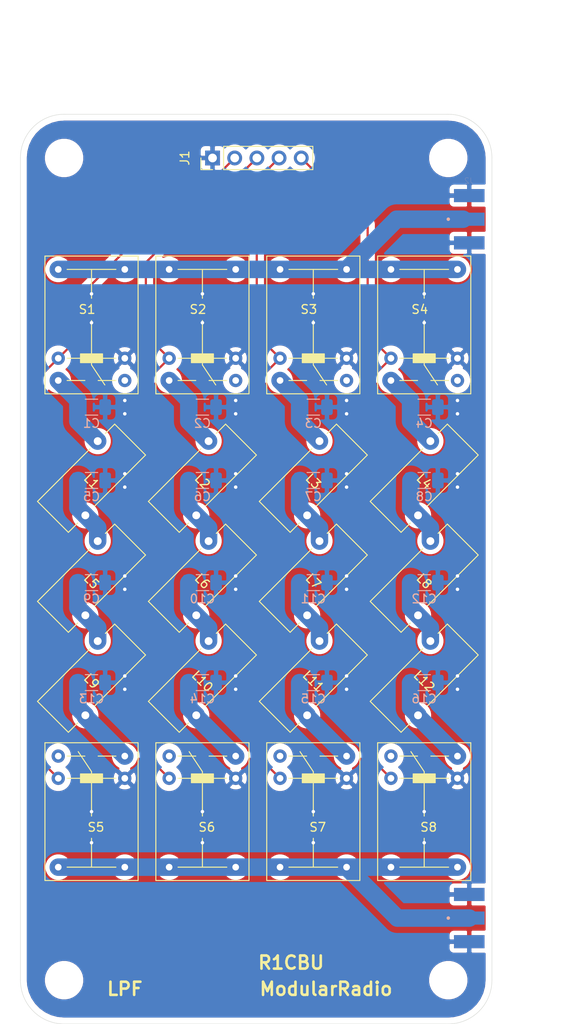
<source format=kicad_pcb>
(kicad_pcb (version 20171130) (host pcbnew 5.1.9-5.1.9)
  (layers (0 F.Cu signal) (31 B.Cu signal) (34 B.Paste user) (35 F.Paste user) (36 B.SilkS user) (37 F.SilkS user) (38 B.Mask user) (39 F.Mask user) (44 Edge.Cuts user))
  (net 0 "")
  (net 1 GND)
  (net 2 "Net-(C1-Pad1)")
  (net 3 "Net-(C2-Pad1)")
  (net 4 "Net-(C3-Pad1)")
  (net 5 "Net-(C4-Pad1)")
  (net 6 "Net-(C5-Pad1)")
  (net 7 "Net-(C6-Pad1)")
  (net 8 "Net-(C7-Pad1)")
  (net 9 "Net-(C8-Pad1)")
  (net 10 "Net-(C9-Pad1)")
  (net 11 "Net-(C10-Pad1)")
  (net 12 "Net-(C11-Pad1)")
  (net 13 "Net-(C12-Pad1)")
  (net 14 "Net-(C13-Pad1)")
  (net 15 "Net-(C14-Pad1)")
  (net 16 "Net-(C15-Pad1)")
  (net 17 "Net-(C16-Pad1)")
  (net 18 /10M)
  (net 19 /20M)
  (net 20 /40M)
  (net 21 /80M)
  (net 22 "Net-(S1-Pad4)")
  (net 23 "Net-(S2-Pad4)")
  (net 24 "Net-(S3-Pad4)")
  (net 25 "Net-(S4-Pad4)")
  (net 26 "Net-(S5-Pad4)")
  (net 27 "Net-(S6-Pad4)")
  (net 28 "Net-(S7-Pad4)")
  (net 29 "Net-(S8-Pad4)")
  (net 30 "Net-(J2-Pad1)")
  (net 31 "Net-(J3-Pad1)")
  (module MountingHole:MountingHole_3mm (layer F.Cu) (at 161 150)
    (fp_text reference REF**)
    (fp_text value MountingHole_3mm)
    (pad 1 np_thru_hole circle (at 0 0) (size 3 3) (drill 3) (layers *.Cu *.Mask))
  )
  (module R1CBU:T50 (layer F.Cu) (at 158.242 115.474 315)
    (fp_text reference L12 (at 0.25 0.25 135) (layer F.SilkS))
    (fp_text value 0.26uH)
    (pad 2 thru_hole circle (at 2.5 3.5 315) (size 1.6 1.6) (drill 0.9) (layers *.Cu *.Mask) (net 17 "Net-(C16-Pad1)"))
    (pad 1 thru_hole circle (at -2.5 -3.5 315) (size 1.6 1.6) (drill 0.9) (layers *.Cu *.Mask) (net 13 "Net-(C12-Pad1)"))
  )
  (module R1CBU:T50 (layer F.Cu) (at 145.542 115.474 315)
    (fp_text reference L11 (at 0.25 0.25 135) (layer F.SilkS))
    (fp_text value 0.58uH)
    (pad 2 thru_hole circle (at 2.5 3.5 315) (size 1.6 1.6) (drill 0.9) (layers *.Cu *.Mask) (net 16 "Net-(C15-Pad1)"))
    (pad 1 thru_hole circle (at -2.5 -3.5 315) (size 1.6 1.6) (drill 0.9) (layers *.Cu *.Mask) (net 12 "Net-(C11-Pad1)"))
  )
  (module R1CBU:T50 (layer F.Cu) (at 132.842 115.474 315)
    (fp_text reference L10 (at 0.25 0.25 135) (layer F.SilkS))
    (fp_text value 1.4uH)
    (pad 2 thru_hole circle (at 2.5 3.5 315) (size 1.6 1.6) (drill 0.9) (layers *.Cu *.Mask) (net 15 "Net-(C14-Pad1)"))
    (pad 1 thru_hole circle (at -2.5 -3.5 315) (size 1.6 1.6) (drill 0.9) (layers *.Cu *.Mask) (net 11 "Net-(C10-Pad1)"))
  )
  (module R1CBU:T50 (layer F.Cu) (at 120.142 115.474 315)
    (fp_text reference L9 (at 0.25 0.25 135) (layer F.SilkS))
    (fp_text value 2.4uH)
    (pad 2 thru_hole circle (at 2.5 3.5 315) (size 1.6 1.6) (drill 0.9) (layers *.Cu *.Mask) (net 14 "Net-(C13-Pad1)"))
    (pad 1 thru_hole circle (at -2.5 -3.5 315) (size 1.6 1.6) (drill 0.9) (layers *.Cu *.Mask) (net 10 "Net-(C9-Pad1)"))
  )
  (module R1CBU:T50 (layer F.Cu) (at 158.242 104.044 315)
    (fp_text reference L8 (at 0.25 0.25 135) (layer F.SilkS))
    (fp_text value 0.32uH)
    (pad 2 thru_hole circle (at 2.5 3.5 315) (size 1.6 1.6) (drill 0.9) (layers *.Cu *.Mask) (net 13 "Net-(C12-Pad1)"))
    (pad 1 thru_hole circle (at -2.5 -3.5 315) (size 1.6 1.6) (drill 0.9) (layers *.Cu *.Mask) (net 9 "Net-(C8-Pad1)"))
  )
  (module R1CBU:T50 (layer F.Cu) (at 145.542 104.044 315)
    (fp_text reference L7 (at 0.25 0.25 135) (layer F.SilkS))
    (fp_text value 0.78uH)
    (pad 2 thru_hole circle (at 2.5 3.5 315) (size 1.6 1.6) (drill 0.9) (layers *.Cu *.Mask) (net 12 "Net-(C11-Pad1)"))
    (pad 1 thru_hole circle (at -2.5 -3.5 315) (size 1.6 1.6) (drill 0.9) (layers *.Cu *.Mask) (net 8 "Net-(C7-Pad1)"))
  )
  (module R1CBU:T50 (layer F.Cu) (at 132.842 104.044 315)
    (fp_text reference L6 (at 0.25 0.25 135) (layer F.SilkS))
    (fp_text value 1.7uH)
    (pad 2 thru_hole circle (at 2.5 3.5 315) (size 1.6 1.6) (drill 0.9) (layers *.Cu *.Mask) (net 11 "Net-(C10-Pad1)"))
    (pad 1 thru_hole circle (at -2.5 -3.5 315) (size 1.6 1.6) (drill 0.9) (layers *.Cu *.Mask) (net 7 "Net-(C6-Pad1)"))
  )
  (module R1CBU:T50 (layer F.Cu) (at 120.142 104.044 315)
    (fp_text reference L5 (at 0.25 0.25 135) (layer F.SilkS))
    (fp_text value 3uH)
    (pad 2 thru_hole circle (at 2.5 3.5 315) (size 1.6 1.6) (drill 0.9) (layers *.Cu *.Mask) (net 10 "Net-(C9-Pad1)"))
    (pad 1 thru_hole circle (at -2.5 -3.5 315) (size 1.6 1.6) (drill 0.9) (layers *.Cu *.Mask) (net 6 "Net-(C5-Pad1)"))
  )
  (module R1CBU:T50 (layer F.Cu) (at 158.242 92.614 315)
    (fp_text reference L4 (at 0.25 0.25 135) (layer F.SilkS))
    (fp_text value 0.26uH)
    (pad 2 thru_hole circle (at 2.5 3.5 315) (size 1.6 1.6) (drill 0.9) (layers *.Cu *.Mask) (net 9 "Net-(C8-Pad1)"))
    (pad 1 thru_hole circle (at -2.5 -3.5 315) (size 1.6 1.6) (drill 0.9) (layers *.Cu *.Mask) (net 5 "Net-(C4-Pad1)"))
  )
  (module R1CBU:T50 (layer F.Cu) (at 145.542 92.614 315)
    (fp_text reference L3 (at 0.25 0.25 135) (layer F.SilkS))
    (fp_text value 0.58uH)
    (pad 2 thru_hole circle (at 2.5 3.5 315) (size 1.6 1.6) (drill 0.9) (layers *.Cu *.Mask) (net 8 "Net-(C7-Pad1)"))
    (pad 1 thru_hole circle (at -2.5 -3.5 315) (size 1.6 1.6) (drill 0.9) (layers *.Cu *.Mask) (net 4 "Net-(C3-Pad1)"))
  )
  (module R1CBU:T50 (layer F.Cu) (at 132.842 92.614 315)
    (fp_text reference L2 (at 0.25 0.25 135) (layer F.SilkS))
    (fp_text value 1.4uH)
    (pad 2 thru_hole circle (at 2.5 3.5 315) (size 1.6 1.6) (drill 0.9) (layers *.Cu *.Mask) (net 7 "Net-(C6-Pad1)"))
    (pad 1 thru_hole circle (at -2.5 -3.5 315) (size 1.6 1.6) (drill 0.9) (layers *.Cu *.Mask) (net 3 "Net-(C2-Pad1)"))
  )
  (module R1CBU:T50 (layer F.Cu) (at 120.142 92.614 315)
    (fp_text reference L1 (at 0.25 0.25 135) (layer F.SilkS))
    (fp_text value 2.4uH)
    (pad 2 thru_hole circle (at 2.5 3.5 315) (size 1.6 1.6) (drill 0.9) (layers *.Cu *.Mask) (net 6 "Net-(C5-Pad1)"))
    (pad 1 thru_hole circle (at -2.5 -3.5 315) (size 1.6 1.6) (drill 0.9) (layers *.Cu *.Mask) (net 2 "Net-(C1-Pad1)"))
  )
  (module MountingHole:MountingHole_3mm (layer F.Cu) (at 117 150)
    (fp_text reference REF**)
    (fp_text value MountingHole_3mm)
    (pad 1 np_thru_hole circle (at 0 0) (size 3 3) (drill 3) (layers *.Cu *.Mask))
  )
  (module MountingHole:MountingHole_3mm (layer F.Cu) (at 161 56)
    (fp_text reference REF**)
    (fp_text value MountingHole_3mm)
    (pad 1 np_thru_hole circle (at 0 0) (size 3 3) (drill 3) (layers *.Cu *.Mask))
  )
  (module MountingHole:MountingHole_3mm (layer F.Cu) (at 117 56)
    (fp_text reference REF**)
    (fp_text value MountingHole_3mm)
    (pad 1 np_thru_hole circle (at 0 0) (size 3 3) (drill 3) (layers *.Cu *.Mask))
  )
  (module "R1CBU:Relay HK4100F" (layer F.Cu) (at 158.242 130.984 270)
    (fp_text reference S8 (at 1.524 -0.508 180) (layer F.SilkS))
    (fp_text value HK4100F)
    (pad 4 thru_hole circle (at -6.604 3.81 270) (size 1.524 1.524) (drill 0.762) (layers *.Cu *.Mask) (net 29 "Net-(S8-Pad4)"))
    (pad 5 thru_hole circle (at -6.604 -3.81 270) (size 1.524 1.524) (drill 0.762) (layers *.Cu *.Mask) (net 17 "Net-(C16-Pad1)"))
    (pad 2 thru_hole circle (at -4.064 -3.81 270) (size 1.524 1.524) (drill 0.762) (layers *.Cu *.Mask) (net 1 GND))
    (pad 1 thru_hole circle (at -4.064 3.81 270) (size 1.524 1.524) (drill 0.762) (layers *.Cu *.Mask) (net 18 /10M))
    (pad 3 thru_hole circle (at 6.096 3.81 270) (size 1.524 1.524) (drill 0.762) (layers *.Cu *.Mask) (net 31 "Net-(J3-Pad1)"))
    (pad 3 thru_hole circle (at 6.096 -3.81 270) (size 1.524 1.524) (drill 0.762) (layers *.Cu *.Mask) (net 31 "Net-(J3-Pad1)"))
  )
  (module "R1CBU:Relay HK4100F" (layer F.Cu) (at 145.542 130.984 270)
    (fp_text reference S7 (at 1.524 -0.508 180) (layer F.SilkS))
    (fp_text value HK4100F)
    (pad 4 thru_hole circle (at -6.604 3.81 270) (size 1.524 1.524) (drill 0.762) (layers *.Cu *.Mask) (net 28 "Net-(S7-Pad4)"))
    (pad 5 thru_hole circle (at -6.604 -3.81 270) (size 1.524 1.524) (drill 0.762) (layers *.Cu *.Mask) (net 16 "Net-(C15-Pad1)"))
    (pad 2 thru_hole circle (at -4.064 -3.81 270) (size 1.524 1.524) (drill 0.762) (layers *.Cu *.Mask) (net 1 GND))
    (pad 1 thru_hole circle (at -4.064 3.81 270) (size 1.524 1.524) (drill 0.762) (layers *.Cu *.Mask) (net 19 /20M))
    (pad 3 thru_hole circle (at 6.096 3.81 270) (size 1.524 1.524) (drill 0.762) (layers *.Cu *.Mask) (net 31 "Net-(J3-Pad1)"))
    (pad 3 thru_hole circle (at 6.096 -3.81 270) (size 1.524 1.524) (drill 0.762) (layers *.Cu *.Mask) (net 31 "Net-(J3-Pad1)"))
  )
  (module "R1CBU:Relay HK4100F" (layer F.Cu) (at 132.842 130.984 270)
    (fp_text reference S6 (at 1.524 -0.508 180) (layer F.SilkS))
    (fp_text value HK4100F)
    (pad 4 thru_hole circle (at -6.604 3.81 270) (size 1.524 1.524) (drill 0.762) (layers *.Cu *.Mask) (net 27 "Net-(S6-Pad4)"))
    (pad 5 thru_hole circle (at -6.604 -3.81 270) (size 1.524 1.524) (drill 0.762) (layers *.Cu *.Mask) (net 15 "Net-(C14-Pad1)"))
    (pad 2 thru_hole circle (at -4.064 -3.81 270) (size 1.524 1.524) (drill 0.762) (layers *.Cu *.Mask) (net 1 GND))
    (pad 1 thru_hole circle (at -4.064 3.81 270) (size 1.524 1.524) (drill 0.762) (layers *.Cu *.Mask) (net 20 /40M))
    (pad 3 thru_hole circle (at 6.096 3.81 270) (size 1.524 1.524) (drill 0.762) (layers *.Cu *.Mask) (net 31 "Net-(J3-Pad1)"))
    (pad 3 thru_hole circle (at 6.096 -3.81 270) (size 1.524 1.524) (drill 0.762) (layers *.Cu *.Mask) (net 31 "Net-(J3-Pad1)"))
  )
  (module "R1CBU:Relay HK4100F" (layer F.Cu) (at 120.142 130.984 270)
    (fp_text reference S5 (at 1.524 -0.508 180) (layer F.SilkS))
    (fp_text value HK4100F)
    (pad 4 thru_hole circle (at -6.604 3.81 270) (size 1.524 1.524) (drill 0.762) (layers *.Cu *.Mask) (net 26 "Net-(S5-Pad4)"))
    (pad 5 thru_hole circle (at -6.604 -3.81 270) (size 1.524 1.524) (drill 0.762) (layers *.Cu *.Mask) (net 14 "Net-(C13-Pad1)"))
    (pad 2 thru_hole circle (at -4.064 -3.81 270) (size 1.524 1.524) (drill 0.762) (layers *.Cu *.Mask) (net 1 GND))
    (pad 1 thru_hole circle (at -4.064 3.81 270) (size 1.524 1.524) (drill 0.762) (layers *.Cu *.Mask) (net 21 /80M))
    (pad 3 thru_hole circle (at 6.096 3.81 270) (size 1.524 1.524) (drill 0.762) (layers *.Cu *.Mask) (net 31 "Net-(J3-Pad1)"))
    (pad 3 thru_hole circle (at 6.096 -3.81 270) (size 1.524 1.524) (drill 0.762) (layers *.Cu *.Mask) (net 31 "Net-(J3-Pad1)"))
  )
  (module "R1CBU:Relay HK4100F" (layer F.Cu) (at 158.242 74.834 90)
    (fp_text reference S4 (at 1.524 -0.508 180) (layer F.SilkS))
    (fp_text value HK4100F)
    (pad 4 thru_hole circle (at -6.604 3.81 90) (size 1.524 1.524) (drill 0.762) (layers *.Cu *.Mask) (net 25 "Net-(S4-Pad4)"))
    (pad 5 thru_hole circle (at -6.604 -3.81 90) (size 1.524 1.524) (drill 0.762) (layers *.Cu *.Mask) (net 5 "Net-(C4-Pad1)"))
    (pad 2 thru_hole circle (at -4.064 -3.81 90) (size 1.524 1.524) (drill 0.762) (layers *.Cu *.Mask) (net 18 /10M))
    (pad 1 thru_hole circle (at -4.064 3.81 90) (size 1.524 1.524) (drill 0.762) (layers *.Cu *.Mask) (net 1 GND))
    (pad 3 thru_hole circle (at 6.096 3.81 90) (size 1.524 1.524) (drill 0.762) (layers *.Cu *.Mask) (net 30 "Net-(J2-Pad1)"))
    (pad 3 thru_hole circle (at 6.096 -3.81 90) (size 1.524 1.524) (drill 0.762) (layers *.Cu *.Mask) (net 30 "Net-(J2-Pad1)"))
  )
  (module "R1CBU:Relay HK4100F" (layer F.Cu) (at 145.542 74.834 90)
    (fp_text reference S3 (at 1.524 -0.508 180) (layer F.SilkS))
    (fp_text value HK4100F)
    (pad 4 thru_hole circle (at -6.604 3.81 90) (size 1.524 1.524) (drill 0.762) (layers *.Cu *.Mask) (net 24 "Net-(S3-Pad4)"))
    (pad 5 thru_hole circle (at -6.604 -3.81 90) (size 1.524 1.524) (drill 0.762) (layers *.Cu *.Mask) (net 4 "Net-(C3-Pad1)"))
    (pad 2 thru_hole circle (at -4.064 -3.81 90) (size 1.524 1.524) (drill 0.762) (layers *.Cu *.Mask) (net 19 /20M))
    (pad 1 thru_hole circle (at -4.064 3.81 90) (size 1.524 1.524) (drill 0.762) (layers *.Cu *.Mask) (net 1 GND))
    (pad 3 thru_hole circle (at 6.096 3.81 90) (size 1.524 1.524) (drill 0.762) (layers *.Cu *.Mask) (net 30 "Net-(J2-Pad1)"))
    (pad 3 thru_hole circle (at 6.096 -3.81 90) (size 1.524 1.524) (drill 0.762) (layers *.Cu *.Mask) (net 30 "Net-(J2-Pad1)"))
  )
  (module "R1CBU:Relay HK4100F" (layer F.Cu) (at 132.842 74.834 90)
    (fp_text reference S2 (at 1.524 -0.508 180) (layer F.SilkS))
    (fp_text value HK4100F)
    (pad 4 thru_hole circle (at -6.604 3.81 90) (size 1.524 1.524) (drill 0.762) (layers *.Cu *.Mask) (net 23 "Net-(S2-Pad4)"))
    (pad 5 thru_hole circle (at -6.604 -3.81 90) (size 1.524 1.524) (drill 0.762) (layers *.Cu *.Mask) (net 3 "Net-(C2-Pad1)"))
    (pad 2 thru_hole circle (at -4.064 -3.81 90) (size 1.524 1.524) (drill 0.762) (layers *.Cu *.Mask) (net 20 /40M))
    (pad 1 thru_hole circle (at -4.064 3.81 90) (size 1.524 1.524) (drill 0.762) (layers *.Cu *.Mask) (net 1 GND))
    (pad 3 thru_hole circle (at 6.096 3.81 90) (size 1.524 1.524) (drill 0.762) (layers *.Cu *.Mask) (net 30 "Net-(J2-Pad1)"))
    (pad 3 thru_hole circle (at 6.096 -3.81 90) (size 1.524 1.524) (drill 0.762) (layers *.Cu *.Mask) (net 30 "Net-(J2-Pad1)"))
  )
  (module "R1CBU:Relay HK4100F" (layer F.Cu) (at 120.142 74.834 90)
    (fp_text reference S1 (at 1.524 -0.508 180) (layer F.SilkS))
    (fp_text value HK4100F)
    (pad 4 thru_hole circle (at -6.604 3.81 90) (size 1.524 1.524) (drill 0.762) (layers *.Cu *.Mask) (net 22 "Net-(S1-Pad4)"))
    (pad 5 thru_hole circle (at -6.604 -3.81 90) (size 1.524 1.524) (drill 0.762) (layers *.Cu *.Mask) (net 2 "Net-(C1-Pad1)"))
    (pad 2 thru_hole circle (at -4.064 -3.81 90) (size 1.524 1.524) (drill 0.762) (layers *.Cu *.Mask) (net 21 /80M))
    (pad 1 thru_hole circle (at -4.064 3.81 90) (size 1.524 1.524) (drill 0.762) (layers *.Cu *.Mask) (net 1 GND))
    (pad 3 thru_hole circle (at 6.096 3.81 90) (size 1.524 1.524) (drill 0.762) (layers *.Cu *.Mask) (net 30 "Net-(J2-Pad1)"))
    (pad 3 thru_hole circle (at 6.096 -3.81 90) (size 1.524 1.524) (drill 0.762) (layers *.Cu *.Mask) (net 30 "Net-(J2-Pad1)"))
  )
  (module kicad:RFSOLUTIONS_CON-SMA-EDGE-S (layer B.Cu) (at 163.4 142.9 180)
    (fp_text reference J3 (at 0.032 4.4064 180) (layer B.SilkS) (effects (font (size 0.64 0.64) (thickness 0.015)) (justify mirror)))
    (fp_text value Conn_Coaxial)
    (pad 2 smd rect (at 0 -2.7 180) (size 3.5 1.5) (layers F.Cu F.Paste F.Mask) (net 1 GND))
    (pad 2 smd rect (at 0 2.7 180) (size 3.5 1.5) (layers F.Cu F.Paste F.Mask) (net 1 GND))
    (pad 2 smd rect (at 0 -2.7 180) (size 3.5 1.5) (layers B.Cu B.Paste B.Mask) (net 1 GND))
    (pad 2 smd rect (at 0 2.7 180) (size 3.5 1.5) (layers B.Cu B.Paste B.Mask) (net 1 GND))
    (pad 1 smd rect (at 0 0 180) (size 3.5 1.5) (layers B.Cu B.Paste B.Mask) (net 31 "Net-(J3-Pad1)"))
  )
  (module kicad:RFSOLUTIONS_CON-SMA-EDGE-S (layer B.Cu) (at 163.4 63 180)
    (fp_text reference J2 (at 0.032 4.4064 180) (layer B.SilkS) (effects (font (size 0.64 0.64) (thickness 0.015)) (justify mirror)))
    (fp_text value Conn_Coaxial)
    (pad 2 smd rect (at 0 -2.7 180) (size 3.5 1.5) (layers F.Cu F.Paste F.Mask) (net 1 GND))
    (pad 2 smd rect (at 0 2.7 180) (size 3.5 1.5) (layers F.Cu F.Paste F.Mask) (net 1 GND))
    (pad 2 smd rect (at 0 -2.7 180) (size 3.5 1.5) (layers B.Cu B.Paste B.Mask) (net 1 GND))
    (pad 2 smd rect (at 0 2.7 180) (size 3.5 1.5) (layers B.Cu B.Paste B.Mask) (net 1 GND))
    (pad 1 smd rect (at 0 0 180) (size 3.5 1.5) (layers B.Cu B.Paste B.Mask) (net 30 "Net-(J2-Pad1)"))
  )
  (module Connector_PinHeader_2.54mm:PinHeader_1x05_P2.54mm_Vertical (layer F.Cu) (at 134 56 90)
    (fp_text reference J1 (at 0 -3.175 90) (layer F.SilkS))
    (fp_text value Conn_01x05_Female)
    (pad 5 thru_hole oval (at 0 10.16 90) (size 1.7 1.7) (drill 1) (layers *.Cu *.Mask) (net 18 /10M))
    (pad 4 thru_hole oval (at 0 7.62 90) (size 1.7 1.7) (drill 1) (layers *.Cu *.Mask) (net 19 /20M))
    (pad 3 thru_hole oval (at 0 5.08 90) (size 1.7 1.7) (drill 1) (layers *.Cu *.Mask) (net 20 /40M))
    (pad 2 thru_hole oval (at 0 2.54 90) (size 1.7 1.7) (drill 1) (layers *.Cu *.Mask) (net 21 /80M))
    (pad 1 thru_hole rect (at 0 0 90) (size 1.7 1.7) (drill 1) (layers *.Cu *.Mask) (net 1 GND))
  )
  (module Capacitor_SMD:C_1206_3216Metric_Pad1.33x1.80mm_HandSolder (layer B.Cu) (at 158.242 115.982)
    (fp_text reference C16 (at 0 1.85) (layer B.SilkS) (effects (justify mirror)))
    (fp_text value 100pf)
    (pad 2 smd roundrect (at 1.5625 0) (size 1.325 1.8) (layers B.Cu B.Paste B.Mask) (roundrect_rratio 0.1886777358490566) (net 1 GND))
    (pad 1 smd roundrect (at -1.5625 0) (size 1.325 1.8) (layers B.Cu B.Paste B.Mask) (roundrect_rratio 0.1886777358490566) (net 17 "Net-(C16-Pad1)"))
  )
  (module Capacitor_SMD:C_1206_3216Metric_Pad1.33x1.80mm_HandSolder (layer B.Cu) (at 145.542 115.982)
    (fp_text reference C15 (at 0 1.85) (layer B.SilkS) (effects (justify mirror)))
    (fp_text value 180)
    (pad 2 smd roundrect (at 1.5625 0) (size 1.325 1.8) (layers B.Cu B.Paste B.Mask) (roundrect_rratio 0.1886777358490566) (net 1 GND))
    (pad 1 smd roundrect (at -1.5625 0) (size 1.325 1.8) (layers B.Cu B.Paste B.Mask) (roundrect_rratio 0.1886777358490566) (net 16 "Net-(C15-Pad1)"))
  )
  (module Capacitor_SMD:C_1206_3216Metric_Pad1.33x1.80mm_HandSolder (layer B.Cu) (at 132.842 115.982)
    (fp_text reference C14 (at 0 1.85) (layer B.SilkS) (effects (justify mirror)))
    (fp_text value 270)
    (pad 2 smd roundrect (at 1.5625 0) (size 1.325 1.8) (layers B.Cu B.Paste B.Mask) (roundrect_rratio 0.1886777358490566) (net 1 GND))
    (pad 1 smd roundrect (at -1.5625 0) (size 1.325 1.8) (layers B.Cu B.Paste B.Mask) (roundrect_rratio 0.1886777358490566) (net 15 "Net-(C14-Pad1)"))
  )
  (module Capacitor_SMD:C_1206_3216Metric_Pad1.33x1.80mm_HandSolder (layer B.Cu) (at 120.142 115.982)
    (fp_text reference C13 (at 0 1.85) (layer B.SilkS) (effects (justify mirror)))
    (fp_text value 470)
    (pad 2 smd roundrect (at 1.5625 0) (size 1.325 1.8) (layers B.Cu B.Paste B.Mask) (roundrect_rratio 0.1886777358490566) (net 1 GND))
    (pad 1 smd roundrect (at -1.5625 0) (size 1.325 1.8) (layers B.Cu B.Paste B.Mask) (roundrect_rratio 0.1886777358490566) (net 14 "Net-(C13-Pad1)"))
  )
  (module Capacitor_SMD:C_1206_3216Metric_Pad1.33x1.80mm_HandSolder (layer B.Cu) (at 158.242 104.552)
    (fp_text reference C12 (at 0 1.85) (layer B.SilkS) (effects (justify mirror)))
    (fp_text value 220pf)
    (pad 2 smd roundrect (at 1.5625 0) (size 1.325 1.8) (layers B.Cu B.Paste B.Mask) (roundrect_rratio 0.1886777358490566) (net 1 GND))
    (pad 1 smd roundrect (at -1.5625 0) (size 1.325 1.8) (layers B.Cu B.Paste B.Mask) (roundrect_rratio 0.1886777358490566) (net 13 "Net-(C12-Pad1)"))
  )
  (module Capacitor_SMD:C_1206_3216Metric_Pad1.33x1.80mm_HandSolder (layer B.Cu) (at 145.542 104.552)
    (fp_text reference C11 (at 0 1.85) (layer B.SilkS) (effects (justify mirror)))
    (fp_text value 390)
    (pad 2 smd roundrect (at 1.5625 0) (size 1.325 1.8) (layers B.Cu B.Paste B.Mask) (roundrect_rratio 0.1886777358490566) (net 1 GND))
    (pad 1 smd roundrect (at -1.5625 0) (size 1.325 1.8) (layers B.Cu B.Paste B.Mask) (roundrect_rratio 0.1886777358490566) (net 12 "Net-(C11-Pad1)"))
  )
  (module Capacitor_SMD:C_1206_3216Metric_Pad1.33x1.80mm_HandSolder (layer B.Cu) (at 132.842 104.552)
    (fp_text reference C10 (at 0 1.85) (layer B.SilkS) (effects (justify mirror)))
    (fp_text value 680)
    (pad 2 smd roundrect (at 1.5625 0) (size 1.325 1.8) (layers B.Cu B.Paste B.Mask) (roundrect_rratio 0.1886777358490566) (net 1 GND))
    (pad 1 smd roundrect (at -1.5625 0) (size 1.325 1.8) (layers B.Cu B.Paste B.Mask) (roundrect_rratio 0.1886777358490566) (net 11 "Net-(C10-Pad1)"))
  )
  (module Capacitor_SMD:C_1206_3216Metric_Pad1.33x1.80mm_HandSolder (layer B.Cu) (at 120.142 104.552)
    (fp_text reference C9 (at 0 1.85) (layer B.SilkS) (effects (justify mirror)))
    (fp_text value 1.2nF)
    (pad 2 smd roundrect (at 1.5625 0) (size 1.325 1.8) (layers B.Cu B.Paste B.Mask) (roundrect_rratio 0.1886777358490566) (net 1 GND))
    (pad 1 smd roundrect (at -1.5625 0) (size 1.325 1.8) (layers B.Cu B.Paste B.Mask) (roundrect_rratio 0.1886777358490566) (net 10 "Net-(C9-Pad1)"))
  )
  (module Capacitor_SMD:C_1206_3216Metric_Pad1.33x1.80mm_HandSolder (layer B.Cu) (at 158.242 92.868)
    (fp_text reference C8 (at 0 1.85) (layer B.SilkS) (effects (justify mirror)))
    (fp_text value 220pf)
    (pad 2 smd roundrect (at 1.5625 0) (size 1.325 1.8) (layers B.Cu B.Paste B.Mask) (roundrect_rratio 0.1886777358490566) (net 1 GND))
    (pad 1 smd roundrect (at -1.5625 0) (size 1.325 1.8) (layers B.Cu B.Paste B.Mask) (roundrect_rratio 0.1886777358490566) (net 9 "Net-(C8-Pad1)"))
  )
  (module Capacitor_SMD:C_1206_3216Metric_Pad1.33x1.80mm_HandSolder (layer B.Cu) (at 145.542 92.868)
    (fp_text reference C7 (at 0 1.85) (layer B.SilkS) (effects (justify mirror)))
    (fp_text value 390)
    (pad 2 smd roundrect (at 1.5625 0) (size 1.325 1.8) (layers B.Cu B.Paste B.Mask) (roundrect_rratio 0.1886777358490566) (net 1 GND))
    (pad 1 smd roundrect (at -1.5625 0) (size 1.325 1.8) (layers B.Cu B.Paste B.Mask) (roundrect_rratio 0.1886777358490566) (net 8 "Net-(C7-Pad1)"))
  )
  (module Capacitor_SMD:C_1206_3216Metric_Pad1.33x1.80mm_HandSolder (layer B.Cu) (at 132.842 92.868)
    (fp_text reference C6 (at 0 1.85) (layer B.SilkS) (effects (justify mirror)))
    (fp_text value 680)
    (pad 2 smd roundrect (at 1.5625 0) (size 1.325 1.8) (layers B.Cu B.Paste B.Mask) (roundrect_rratio 0.1886777358490566) (net 1 GND))
    (pad 1 smd roundrect (at -1.5625 0) (size 1.325 1.8) (layers B.Cu B.Paste B.Mask) (roundrect_rratio 0.1886777358490566) (net 7 "Net-(C6-Pad1)"))
  )
  (module Capacitor_SMD:C_1206_3216Metric_Pad1.33x1.80mm_HandSolder (layer B.Cu) (at 120.142 92.868)
    (fp_text reference C5 (at 0 1.85) (layer B.SilkS) (effects (justify mirror)))
    (fp_text value 1.2nF)
    (pad 2 smd roundrect (at 1.5625 0) (size 1.325 1.8) (layers B.Cu B.Paste B.Mask) (roundrect_rratio 0.1886777358490566) (net 1 GND))
    (pad 1 smd roundrect (at -1.5625 0) (size 1.325 1.8) (layers B.Cu B.Paste B.Mask) (roundrect_rratio 0.1886777358490566) (net 6 "Net-(C5-Pad1)"))
  )
  (module Capacitor_SMD:C_1206_3216Metric_Pad1.33x1.80mm_HandSolder (layer B.Cu) (at 158.242 84.486)
    (fp_text reference C4 (at 0 1.85) (layer B.SilkS) (effects (justify mirror)))
    (fp_text value 100pf)
    (pad 2 smd roundrect (at 1.5625 0) (size 1.325 1.8) (layers B.Cu B.Paste B.Mask) (roundrect_rratio 0.1886777358490566) (net 1 GND))
    (pad 1 smd roundrect (at -1.5625 0) (size 1.325 1.8) (layers B.Cu B.Paste B.Mask) (roundrect_rratio 0.1886777358490566) (net 5 "Net-(C4-Pad1)"))
  )
  (module Capacitor_SMD:C_1206_3216Metric_Pad1.33x1.80mm_HandSolder (layer B.Cu) (at 145.542 84.486)
    (fp_text reference C3 (at 0 1.85) (layer B.SilkS) (effects (justify mirror)))
    (fp_text value 180)
    (pad 2 smd roundrect (at 1.5625 0) (size 1.325 1.8) (layers B.Cu B.Paste B.Mask) (roundrect_rratio 0.1886777358490566) (net 1 GND))
    (pad 1 smd roundrect (at -1.5625 0) (size 1.325 1.8) (layers B.Cu B.Paste B.Mask) (roundrect_rratio 0.1886777358490566) (net 4 "Net-(C3-Pad1)"))
  )
  (module Capacitor_SMD:C_1206_3216Metric_Pad1.33x1.80mm_HandSolder (layer B.Cu) (at 132.842 84.486)
    (fp_text reference C2 (at 0 1.85) (layer B.SilkS) (effects (justify mirror)))
    (fp_text value 270)
    (pad 2 smd roundrect (at 1.5625 0) (size 1.325 1.8) (layers B.Cu B.Paste B.Mask) (roundrect_rratio 0.1886777358490566) (net 1 GND))
    (pad 1 smd roundrect (at -1.5625 0) (size 1.325 1.8) (layers B.Cu B.Paste B.Mask) (roundrect_rratio 0.1886777358490566) (net 3 "Net-(C2-Pad1)"))
  )
  (module Capacitor_SMD:C_1206_3216Metric_Pad1.33x1.80mm_HandSolder (layer B.Cu) (at 120.142 84.486)
    (fp_text reference C1 (at 0 1.85) (layer B.SilkS) (effects (justify mirror)))
    (fp_text value 470)
    (pad 2 smd roundrect (at 1.5625 0) (size 1.325 1.8) (layers B.Cu B.Paste B.Mask) (roundrect_rratio 0.1886777358490566) (net 1 GND))
    (pad 1 smd roundrect (at -1.5625 0) (size 1.325 1.8) (layers B.Cu B.Paste B.Mask) (roundrect_rratio 0.1886777358490566) (net 2 "Net-(C1-Pad1)"))
  )
  (gr_line (start 117 155) (end 161 155) (layer Edge.Cuts) (width 0.05))
  (gr_line (start 112 56) (end 112 150) (layer Edge.Cuts) (width 0.05))
  (gr_line (start 161 51) (end 117 51) (layer Edge.Cuts) (width 0.05))
  (gr_line (start 166 150) (end 166 56) (layer Edge.Cuts) (width 0.05))
  (gr_arc (start 161 150) (end 161 155) (angle -90) (layer Edge.Cuts) (width 0.05))
  (gr_arc (start 117 150) (end 112 150) (angle -90) (layer Edge.Cuts) (width 0.05))
  (gr_arc (start 117 56) (end 117 51) (angle -90) (layer Edge.Cuts) (width 0.05))
  (gr_arc (start 161 56) (end 166 56) (angle -90) (layer Edge.Cuts) (width 0.05))
  (gr_text ModularRadio (at 147 151) (layer F.SilkS) (effects (font (size 1.5 1.5) (thickness 0.3))))
  (gr_text R1CBU (at 143 148) (layer F.SilkS) (effects (font (size 1.5 1.5) (thickness 0.3))))
  (gr_text LPF (at 123.952 151) (layer F.SilkS) (effects (font (size 1.5 1.5) (thickness 0.3))))
  (via (at 123.952 83.724) (size 0.8) (drill 0.4) (layers F.Cu B.Cu) (net 1))
  (via (at 123.952 85.248) (size 0.8) (drill 0.4) (layers F.Cu B.Cu) (net 1))
  (via (at 136.652 83.724) (size 0.8) (drill 0.4) (layers F.Cu B.Cu) (net 1))
  (via (at 136.652 85.248) (size 0.8) (drill 0.4) (layers F.Cu B.Cu) (net 1))
  (via (at 149.352 83.724) (size 0.8) (drill 0.4) (layers F.Cu B.Cu) (net 1))
  (via (at 149.352 85.248) (size 0.8) (drill 0.4) (layers F.Cu B.Cu) (net 1))
  (via (at 162.052 83.724) (size 0.8) (drill 0.4) (layers F.Cu B.Cu) (net 1))
  (via (at 162.052 85.248) (size 0.8) (drill 0.4) (layers F.Cu B.Cu) (net 1))
  (via (at 123.952 92.106) (size 0.8) (drill 0.4) (layers F.Cu B.Cu) (net 1))
  (via (at 123.952 93.63) (size 0.8) (drill 0.4) (layers F.Cu B.Cu) (net 1))
  (via (at 136.652 92.106) (size 0.8) (drill 0.4) (layers F.Cu B.Cu) (net 1))
  (via (at 136.652 93.63) (size 0.8) (drill 0.4) (layers F.Cu B.Cu) (net 1))
  (via (at 149.352 92.106) (size 0.8) (drill 0.4) (layers F.Cu B.Cu) (net 1))
  (via (at 149.352 93.63) (size 0.8) (drill 0.4) (layers F.Cu B.Cu) (net 1))
  (via (at 162.052 92.106) (size 0.8) (drill 0.4) (layers F.Cu B.Cu) (net 1))
  (via (at 162.052 93.63) (size 0.8) (drill 0.4) (layers F.Cu B.Cu) (net 1))
  (via (at 123.952 103.79) (size 0.8) (drill 0.4) (layers F.Cu B.Cu) (net 1))
  (via (at 123.952 105.314) (size 0.8) (drill 0.4) (layers F.Cu B.Cu) (net 1))
  (via (at 136.652 103.79) (size 0.8) (drill 0.4) (layers F.Cu B.Cu) (net 1))
  (via (at 136.652 105.314) (size 0.8) (drill 0.4) (layers F.Cu B.Cu) (net 1))
  (via (at 149.352 103.79) (size 0.8) (drill 0.4) (layers F.Cu B.Cu) (net 1))
  (via (at 149.352 105.314) (size 0.8) (drill 0.4) (layers F.Cu B.Cu) (net 1))
  (via (at 162.052 103.79) (size 0.8) (drill 0.4) (layers F.Cu B.Cu) (net 1))
  (via (at 162.052 105.314) (size 0.8) (drill 0.4) (layers F.Cu B.Cu) (net 1))
  (via (at 123.952 115.22) (size 0.8) (drill 0.4) (layers F.Cu B.Cu) (net 1))
  (via (at 123.952 116.744) (size 0.8) (drill 0.4) (layers F.Cu B.Cu) (net 1))
  (via (at 136.652 115.22) (size 0.8) (drill 0.4) (layers F.Cu B.Cu) (net 1))
  (via (at 136.652 116.744) (size 0.8) (drill 0.4) (layers F.Cu B.Cu) (net 1))
  (via (at 149.352 115.22) (size 0.8) (drill 0.4) (layers F.Cu B.Cu) (net 1))
  (via (at 149.352 116.744) (size 0.8) (drill 0.4) (layers F.Cu B.Cu) (net 1))
  (via (at 162.052 115.22) (size 0.8) (drill 0.4) (layers F.Cu B.Cu) (net 1))
  (via (at 162.052 116.744) (size 0.8) (drill 0.4) (layers F.Cu B.Cu) (net 1))
  (via (at 120.142 71.532) (size 0.8) (drill 0.4) (layers F.Cu B.Cu) (net 1))
  (via (at 120.142 74.834) (size 0.8) (drill 0.4) (layers F.Cu B.Cu) (net 1))
  (via (at 132.842 71.532) (size 0.8) (drill 0.4) (layers F.Cu B.Cu) (net 1))
  (via (at 132.842 74.834) (size 0.8) (drill 0.4) (layers F.Cu B.Cu) (net 1))
  (via (at 145.542 71.532) (size 0.8) (drill 0.4) (layers F.Cu B.Cu) (net 1))
  (via (at 145.542 74.834) (size 0.8) (drill 0.4) (layers F.Cu B.Cu) (net 1))
  (via (at 158.242 71.532) (size 0.8) (drill 0.4) (layers F.Cu B.Cu) (net 1))
  (via (at 158.242 74.834) (size 0.8) (drill 0.4) (layers F.Cu B.Cu) (net 1))
  (via (at 120.142 134.286) (size 0.8) (drill 0.4) (layers F.Cu B.Cu) (net 1))
  (via (at 120.142 130.73) (size 0.8) (drill 0.4) (layers F.Cu B.Cu) (net 1))
  (via (at 132.842 134.286) (size 0.8) (drill 0.4) (layers F.Cu B.Cu) (net 1))
  (via (at 132.842 130.73) (size 0.8) (drill 0.4) (layers F.Cu B.Cu) (net 1))
  (via (at 145.542 134.286) (size 0.8) (drill 0.4) (layers F.Cu B.Cu) (net 1))
  (via (at 145.542 130.73) (size 0.8) (drill 0.4) (layers F.Cu B.Cu) (net 1))
  (via (at 158.242 134.286) (size 0.8) (drill 0.4) (layers F.Cu B.Cu) (net 1))
  (via (at 158.242 130.73) (size 0.8) (drill 0.4) (layers F.Cu B.Cu) (net 1))
  (segment (start 118.5795 83.6855) (end 116.332 81.438) (width 2) (layer B.Cu) (net 2))
  (segment (start 118.5795 84.486) (end 118.5795 83.6855) (width 2) (layer B.Cu) (net 2))
  (segment (start 118.5795 86.101752) (end 120.849107 88.371359) (width 2) (layer B.Cu) (net 2))
  (segment (start 118.5795 84.486) (end 118.5795 86.101752) (width 2) (layer B.Cu) (net 2))
  (segment (start 131.2795 83.6855) (end 129.032 81.438) (width 2) (layer B.Cu) (net 3))
  (segment (start 131.2795 84.486) (end 131.2795 83.6855) (width 2) (layer B.Cu) (net 3))
  (segment (start 131.2795 86.101752) (end 133.549107 88.371359) (width 2) (layer B.Cu) (net 3))
  (segment (start 131.2795 84.486) (end 131.2795 86.101752) (width 2) (layer B.Cu) (net 3))
  (segment (start 143.9795 83.6855) (end 141.732 81.438) (width 2) (layer B.Cu) (net 4))
  (segment (start 143.9795 84.486) (end 143.9795 83.6855) (width 2) (layer B.Cu) (net 4))
  (segment (start 143.9795 86.101752) (end 146.249107 88.371359) (width 2) (layer B.Cu) (net 4))
  (segment (start 143.9795 84.486) (end 143.9795 86.101752) (width 2) (layer B.Cu) (net 4))
  (segment (start 156.6795 83.6855) (end 154.432 81.438) (width 2) (layer B.Cu) (net 5))
  (segment (start 156.6795 84.486) (end 156.6795 83.6855) (width 2) (layer B.Cu) (net 5))
  (segment (start 156.6795 86.101752) (end 158.949107 88.371359) (width 2) (layer B.Cu) (net 5))
  (segment (start 156.6795 84.486) (end 156.6795 86.101752) (width 2) (layer B.Cu) (net 5))
  (segment (start 120.849107 98.270855) (end 119.434893 96.856641) (width 2) (layer B.Cu) (net 6))
  (segment (start 120.849107 99.801359) (end 120.849107 98.270855) (width 2) (layer B.Cu) (net 6))
  (segment (start 118.5795 96.001248) (end 119.434893 96.856641) (width 2) (layer B.Cu) (net 6))
  (segment (start 118.618 92.868) (end 118.5795 92.9065) (width 2) (layer B.Cu) (net 6))
  (segment (start 118.5795 92.9065) (end 118.5795 96.001248) (width 2) (layer B.Cu) (net 6))
  (segment (start 133.549107 98.270855) (end 132.134893 96.856641) (width 2) (layer B.Cu) (net 7))
  (segment (start 133.549107 99.801359) (end 133.549107 98.270855) (width 2) (layer B.Cu) (net 7))
  (segment (start 131.2795 96.001248) (end 132.134893 96.856641) (width 2) (layer B.Cu) (net 7))
  (segment (start 131.2795 92.868) (end 131.2795 96.001248) (width 2) (layer B.Cu) (net 7))
  (segment (start 146.249107 98.270855) (end 144.834893 96.856641) (width 2) (layer B.Cu) (net 8))
  (segment (start 146.249107 99.801359) (end 146.249107 98.270855) (width 2) (layer B.Cu) (net 8))
  (segment (start 143.9795 96.001248) (end 144.834893 96.856641) (width 2) (layer B.Cu) (net 8))
  (segment (start 144.018 92.868) (end 143.9795 92.9065) (width 2) (layer B.Cu) (net 8))
  (segment (start 143.9795 92.9065) (end 143.9795 96.001248) (width 2) (layer B.Cu) (net 8))
  (segment (start 158.949107 98.270855) (end 157.534893 96.856641) (width 2) (layer B.Cu) (net 9))
  (segment (start 158.949107 99.801359) (end 158.949107 98.270855) (width 2) (layer B.Cu) (net 9))
  (segment (start 156.6795 96.001248) (end 157.534893 96.856641) (width 2) (layer B.Cu) (net 9))
  (segment (start 156.718 92.868) (end 156.6795 96.001248) (width 2) (layer B.Cu) (net 9))
  (segment (start 120.849107 109.700855) (end 119.434893 108.286641) (width 2) (layer B.Cu) (net 10))
  (segment (start 120.849107 111.231359) (end 120.849107 109.700855) (width 2) (layer B.Cu) (net 10))
  (segment (start 118.5795 107.431248) (end 119.434893 108.286641) (width 2) (layer B.Cu) (net 10))
  (segment (start 118.5795 104.552) (end 118.5795 107.431248) (width 2) (layer B.Cu) (net 10))
  (segment (start 133.549107 109.700855) (end 132.134893 108.286641) (width 2) (layer B.Cu) (net 11))
  (segment (start 133.549107 111.231359) (end 133.549107 109.700855) (width 2) (layer B.Cu) (net 11))
  (segment (start 131.2795 107.431248) (end 132.134893 108.286641) (width 2) (layer B.Cu) (net 11))
  (segment (start 131.318 104.552) (end 131.2795 104.5905) (width 2) (layer B.Cu) (net 11))
  (segment (start 131.2795 104.5905) (end 131.2795 107.431248) (width 2) (layer B.Cu) (net 11))
  (segment (start 146.249107 109.700855) (end 144.834893 108.286641) (width 2) (layer B.Cu) (net 12))
  (segment (start 146.249107 111.231359) (end 146.249107 109.700855) (width 2) (layer B.Cu) (net 12))
  (segment (start 143.9795 107.431248) (end 144.834893 108.286641) (width 2) (layer B.Cu) (net 12))
  (segment (start 143.9795 104.552) (end 143.9795 107.431248) (width 2) (layer B.Cu) (net 12))
  (segment (start 158.949107 109.700855) (end 157.534893 108.286641) (width 2) (layer B.Cu) (net 13))
  (segment (start 158.949107 111.231359) (end 158.949107 109.700855) (width 2) (layer B.Cu) (net 13))
  (segment (start 156.6795 107.431248) (end 157.534893 108.286641) (width 2) (layer B.Cu) (net 13))
  (segment (start 156.6795 104.552) (end 156.6795 107.431248) (width 2) (layer B.Cu) (net 13))
  (segment (start 118.5795 118.861248) (end 119.434893 119.716641) (width 2) (layer B.Cu) (net 14))
  (segment (start 118.5795 115.982) (end 118.5795 118.861248) (width 2) (layer B.Cu) (net 14))
  (segment (start 119.434893 119.862893) (end 123.952 124.38) (width 2) (layer B.Cu) (net 14))
  (segment (start 119.434893 119.716641) (end 119.434893 119.862893) (width 2) (layer B.Cu) (net 14))
  (segment (start 131.2795 118.861248) (end 132.134893 119.716641) (width 2) (layer B.Cu) (net 15))
  (segment (start 131.2795 115.982) (end 131.2795 118.861248) (width 2) (layer B.Cu) (net 15))
  (segment (start 132.134893 119.862893) (end 136.652 124.38) (width 2) (layer B.Cu) (net 15))
  (segment (start 132.134893 119.716641) (end 132.134893 119.862893) (width 2) (layer B.Cu) (net 15))
  (segment (start 143.9795 118.861248) (end 144.834893 119.716641) (width 2) (layer B.Cu) (net 16))
  (segment (start 143.9795 115.982) (end 143.9795 118.861248) (width 2) (layer B.Cu) (net 16))
  (segment (start 144.834893 119.862893) (end 149.352 124.38) (width 2) (layer B.Cu) (net 16))
  (segment (start 144.834893 119.716641) (end 144.834893 119.862893) (width 2) (layer B.Cu) (net 16))
  (segment (start 156.6795 118.861248) (end 157.534893 119.716641) (width 2) (layer B.Cu) (net 17))
  (segment (start 156.718 115.982) (end 156.6795 116.0205) (width 2) (layer B.Cu) (net 17))
  (segment (start 156.6795 116.0205) (end 156.6795 118.861248) (width 2) (layer B.Cu) (net 17))
  (segment (start 157.534893 119.862893) (end 162.052 124.38) (width 2) (layer B.Cu) (net 17))
  (segment (start 157.534893 119.716641) (end 157.534893 119.862893) (width 2) (layer B.Cu) (net 17))
  (segment (start 154.432 78.898) (end 151.765 76.231) (width 0.25) (layer F.Cu) (net 18))
  (segment (start 151.765 63.605) (end 144.16 56) (width 0.25) (layer F.Cu) (net 18))
  (segment (start 151.765 76.231) (end 151.765 63.605) (width 0.25) (layer F.Cu) (net 18))
  (segment (start 151.765 124.253) (end 154.432 126.92) (width 0.25) (layer F.Cu) (net 18))
  (segment (start 154.432 78.898) (end 151.765 81.565) (width 0.25) (layer F.Cu) (net 18))
  (segment (start 151.765 81.565) (end 151.765 124.253) (width 0.25) (layer F.Cu) (net 18))
  (segment (start 139.065 58.555) (end 141.62 56) (width 0.25) (layer F.Cu) (net 19))
  (segment (start 141.732 78.898) (end 139.065 76.231) (width 0.25) (layer F.Cu) (net 19))
  (segment (start 139.065 76.231) (end 139.065 58.555) (width 0.25) (layer F.Cu) (net 19))
  (segment (start 139.065 124.253) (end 141.732 126.92) (width 0.25) (layer F.Cu) (net 19))
  (segment (start 141.732 78.898) (end 139.065 81.565) (width 0.25) (layer F.Cu) (net 19))
  (segment (start 139.065 81.565) (end 139.065 124.253) (width 0.25) (layer F.Cu) (net 19))
  (segment (start 133.985 60.325) (end 134.755 60.325) (width 0.25) (layer F.Cu) (net 20))
  (segment (start 134.755 60.325) (end 139.08 56) (width 0.25) (layer F.Cu) (net 20))
  (segment (start 126.365 67.945) (end 133.985 60.325) (width 0.25) (layer F.Cu) (net 20))
  (segment (start 129.032 78.898) (end 126.365 76.231) (width 0.25) (layer F.Cu) (net 20))
  (segment (start 126.365 76.231) (end 126.365 67.945) (width 0.25) (layer F.Cu) (net 20))
  (segment (start 129.032 78.898) (end 126.365 81.565) (width 0.25) (layer F.Cu) (net 20))
  (segment (start 126.365 124.253) (end 129.032 126.92) (width 0.25) (layer F.Cu) (net 20))
  (segment (start 126.365 81.565) (end 126.365 124.253) (width 0.25) (layer F.Cu) (net 20))
  (segment (start 132.215 60.325) (end 136.54 56) (width 0.25) (layer F.Cu) (net 21))
  (segment (start 130.275998 60.325) (end 132.215 60.325) (width 0.25) (layer F.Cu) (net 21))
  (segment (start 117.419001 73.181997) (end 130.275998 60.325) (width 0.25) (layer F.Cu) (net 21))
  (segment (start 116.332 78.898) (end 117.419001 77.810999) (width 0.25) (layer F.Cu) (net 21))
  (segment (start 117.419001 77.810999) (end 117.419001 73.181997) (width 0.25) (layer F.Cu) (net 21))
  (segment (start 114.3 124.888) (end 116.332 126.92) (width 0.25) (layer F.Cu) (net 21))
  (segment (start 116.332 78.898) (end 114.3 80.93) (width 0.25) (layer F.Cu) (net 21))
  (segment (start 114.3 80.93) (end 114.3 124.888) (width 0.25) (layer F.Cu) (net 21))
  (segment (start 116.332 68.738) (end 123.952 68.738) (width 2) (layer B.Cu) (net 30))
  (segment (start 136.652 68.738) (end 134.575998 68.738) (width 1) (layer B.Cu) (net 30))
  (segment (start 139.446 68.738) (end 162.052 68.738) (width 2) (layer B.Cu) (net 30))
  (segment (start 123.952 68.738) (end 139.446 68.738) (width 2) (layer B.Cu) (net 30))
  (segment (start 155.09 63) (end 162.7 63) (width 2) (layer B.Cu) (net 30))
  (segment (start 149.352 68.738) (end 155.09 63) (width 2) (layer B.Cu) (net 30))
  (segment (start 116.332 137.08) (end 162.052 137.08) (width 2) (layer B.Cu) (net 31))
  (segment (start 155.172 142.9) (end 163.4 142.9) (width 2) (layer B.Cu) (net 31))
  (segment (start 149.352 137.08) (end 155.172 142.9) (width 2) (layer B.Cu) (net 31))
  (zone (net 1) (net_name GND) (layer F.Cu) (connect_pads (clearance 0.7)) (min_thickness 0.254) (fill yes (arc_segments 32) (thermal_gap 0.508) (thermal_bridge_width 0.508))
    (polygon (pts (xy 166 155) (xy 112 155) (xy 112 51) (xy 166 51)))
  )
  (zone (net 1) (net_name GND) (layer B.Cu) (connect_pads (clearance 0.7)) (min_thickness 0.254) (fill yes (arc_segments 32) (thermal_gap 0.508) (thermal_bridge_width 0.508))
    (polygon (pts (xy 166 155) (xy 112 155) (xy 111.891 51) (xy 166.109 50.968)))
  )
)
</source>
